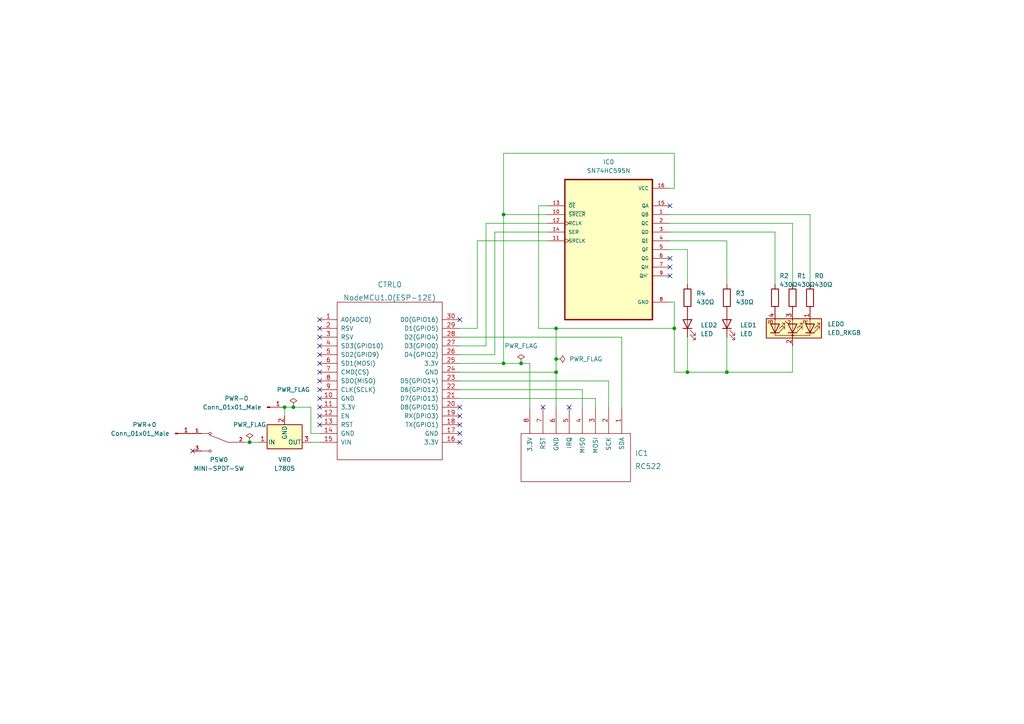
<source format=kicad_sch>
(kicad_sch (version 20211123) (generator eeschema)
  (paper "A4")
  (title_block (title "Badger") (date "2023-02-17") (rev "Original") (company "shawnd.xyz") (comment 1 "See github.com/shawnduong/badger for the code."))
  (lib_symbols
    (symbol "Connector:Conn_01x01_Male" (pin_names (offset 1.016) hide)
      (property "Reference" "J" (at 0 2.54 0))
      (property "Value" "Conn_01x01_Male" (at 0 -2.54 0))
      (symbol "Conn_01x01_Male_1_1"
        (polyline (pts (xy 1.27 0) (xy 0.8636 0)) (stroke (width 0.1524)))
        (rectangle (start 0.8636 0.127) (end 0 -0.127) (stroke (width 0.1524)) (fill (type outline)))
        (pin passive line (at 5.08 0 180) (length 3.81) (name "Pin_1") (number "1"))
      )
    )
    (symbol "Device:LED" (pin_numbers hide) (pin_names (offset 1.016) hide)
      (property "Reference" "D" (at 0 2.54 0))
      (property "Value" "LED" (at 0 -2.54 0))
      (symbol "LED_0_1"
        (polyline (pts (xy -1.27 -1.27) (xy -1.27 1.27)) (stroke (width 0.254)))
        (polyline (pts (xy -1.27 0) (xy 1.27 0)))
        (polyline (pts (xy 1.27 -1.27) (xy 1.27 1.27) (xy -1.27 0) (xy 1.27 -1.27)) (stroke (width 0.254)))
        (polyline (pts (xy -3.048 -0.762) (xy -4.572 -2.286) (xy -3.81 -2.286) (xy -4.572 -2.286) (xy -4.572 -1.524)))
        (polyline (pts (xy -1.778 -0.762) (xy -3.302 -2.286) (xy -2.54 -2.286) (xy -3.302 -2.286) (xy -3.302 -1.524)))
      )
      (symbol "LED_1_1"
        (pin passive line (at -3.81 0 0) (length 2.54) (name "K") (number "1"))
        (pin passive line (at 3.81 0 180) (length 2.54) (name "A") (number "2"))
      )
    )
    (symbol "Device:LED_RKGB" (pin_names (offset 0) hide)
      (property "Reference" "D" (at 0 9.398 0))
      (property "Value" "LED_RKGB" (at 0 -8.89 0))
      (symbol "LED_RKGB_0_0"
        (text "B" (at 1.905 -6.35 0) (effects (font (size 1.27 1.27))))
        (text "G" (at 1.905 -1.27 0) (effects (font (size 1.27 1.27))))
        (text "R" (at 1.905 3.81 0) (effects (font (size 1.27 1.27))))
      )
      (symbol "LED_RKGB_0_1"
        (circle (center -2.032 0) (radius 0.254) (fill (type outline)))
        (polyline (pts (xy -1.27 -5.08) (xy 1.27 -5.08)))
        (polyline (pts (xy -1.27 -3.81) (xy -1.27 -6.35)) (stroke (width 0.254)))
        (polyline (pts (xy -1.27 0) (xy -2.54 0)))
        (polyline (pts (xy -1.27 1.27) (xy -1.27 -1.27)) (stroke (width 0.254)))
        (polyline (pts (xy -1.27 5.08) (xy 1.27 5.08)))
        (polyline (pts (xy -1.27 6.35) (xy -1.27 3.81)) (stroke (width 0.254)))
        (polyline (pts (xy 1.27 -5.08) (xy 2.54 -5.08)))
        (polyline (pts (xy 1.27 0) (xy -1.27 0)))
        (polyline (pts (xy 1.27 0) (xy 2.54 0)))
        (polyline (pts (xy 1.27 5.08) (xy 2.54 5.08)))
        (polyline (pts (xy -1.27 1.27) (xy -1.27 -1.27) (xy -1.27 -1.27)))
        (polyline (pts (xy -1.27 6.35) (xy -1.27 3.81) (xy -1.27 3.81)))
        (polyline (pts (xy -1.27 5.08) (xy -2.032 5.08) (xy -2.032 -5.08) (xy -1.016 -5.08)))
        (polyline (pts (xy 1.27 -3.81) (xy 1.27 -6.35) (xy -1.27 -5.08) (xy 1.27 -3.81)) (stroke (width 0.254)))
        (polyline (pts (xy 1.27 1.27) (xy 1.27 -1.27) (xy -1.27 0) (xy 1.27 1.27)) (stroke (width 0.254)))
        (polyline (pts (xy 1.27 6.35) (xy 1.27 3.81) (xy -1.27 5.08) (xy 1.27 6.35)) (stroke (width 0.254)))
        (polyline (pts (xy -1.016 -3.81) (xy 0.508 -2.286) (xy -0.254 -2.286) (xy 0.508 -2.286) (xy 0.508 -3.048)))
        (polyline (pts (xy -1.016 1.27) (xy 0.508 2.794) (xy -0.254 2.794) (xy 0.508 2.794) (xy 0.508 2.032)))
        (polyline (pts (xy -1.016 6.35) (xy 0.508 7.874) (xy -0.254 7.874) (xy 0.508 7.874) (xy 0.508 7.112)))
        (polyline (pts (xy 0 -3.81) (xy 1.524 -2.286) (xy 0.762 -2.286) (xy 1.524 -2.286) (xy 1.524 -3.048)))
        (polyline (pts (xy 0 1.27) (xy 1.524 2.794) (xy 0.762 2.794) (xy 1.524 2.794) (xy 1.524 2.032)))
        (polyline (pts (xy 0 6.35) (xy 1.524 7.874) (xy 0.762 7.874) (xy 1.524 7.874) (xy 1.524 7.112)))
        (rectangle (start 1.27 -1.27) (end 1.27 1.27))
        (rectangle (start 1.27 1.27) (end 1.27 1.27))
        (rectangle (start 1.27 3.81) (end 1.27 6.35))
        (rectangle (start 1.27 6.35) (end 1.27 6.35))
        (rectangle (start 2.794 8.382) (end -2.794 -7.62) (stroke (width 0.254)) (fill (type background)))
      )
      (symbol "LED_RKGB_1_1"
        (pin passive line (at 5.08 5.08 180) (length 2.54) (name "RA") (number "1"))
        (pin passive line (at -5.08 0 0) (length 2.54) (name "K") (number "2"))
        (pin passive line (at 5.08 0 180) (length 2.54) (name "GA") (number "3"))
        (pin passive line (at 5.08 -5.08 180) (length 2.54) (name "BA") (number "4"))
      )
    )
    (symbol "Device:R" (pin_numbers hide) (pin_names (offset 0))
      (property "Reference" "R" (at 2.032 0 90))
      (property "Value" "R" (at 0 0 90))
      (symbol "R_0_1"
        (rectangle (start -1.016 -2.54) (end 1.016 2.54) (stroke (width 0.254)))
      )
      (symbol "R_1_1"
        (pin passive line (at 0 3.81 270) (length 1.27) (name "~") (number "1"))
        (pin passive line (at 0 -3.81 90) (length 1.27) (name "~") (number "2"))
      )
    )
    (symbol "ESP8266:NodeMCU1.0(ESP-12E)" (pin_names (offset 1.016))
      (property "Reference" "U" (at 0 21.59 0))
      (property "Value" "NodeMCU1.0(ESP-12E)" (at 0 -21.59 0))
      (symbol "NodeMCU1.0(ESP-12E)_0_1"
        (rectangle (start -15.24 -22.86) (end 15.24 22.86))
      )
      (symbol "NodeMCU1.0(ESP-12E)_1_1"
        (pin input line (at -20.32 17.78 0) (length 5.08) (name "A0(ADC0)") (number "1"))
        (pin input line (at -20.32 -5.08 0) (length 5.08) (name "GND") (number "10"))
        (pin input line (at -20.32 -7.62 0) (length 5.08) (name "3.3V") (number "11"))
        (pin input line (at -20.32 -10.16 0) (length 5.08) (name "EN") (number "12"))
        (pin input line (at -20.32 -12.7 0) (length 5.08) (name "RST") (number "13"))
        (pin input line (at -20.32 -15.24 0) (length 5.08) (name "GND") (number "14"))
        (pin input line (at -20.32 -17.78 0) (length 5.08) (name "VIN") (number "15"))
        (pin input line (at 20.32 -17.78 180) (length 5.08) (name "3.3V") (number "16"))
        (pin input line (at 20.32 -15.24 180) (length 5.08) (name "GND") (number "17"))
        (pin input line (at 20.32 -12.7 180) (length 5.08) (name "TX(GPIO1)") (number "18"))
        (pin input line (at 20.32 -10.16 180) (length 5.08) (name "RX(DPIO3)") (number "19"))
        (pin input line (at -20.32 15.24 0) (length 5.08) (name "RSV") (number "2"))
        (pin input line (at 20.32 -7.62 180) (length 5.08) (name "D8(GPIO15)") (number "20"))
        (pin input line (at 20.32 -5.08 180) (length 5.08) (name "D7(GPIO13)") (number "21"))
        (pin input line (at 20.32 -2.54 180) (length 5.08) (name "D6(GPIO12)") (number "22"))
        (pin input line (at 20.32 0 180) (length 5.08) (name "D5(GPIO14)") (number "23"))
        (pin input line (at 20.32 2.54 180) (length 5.08) (name "GND") (number "24"))
        (pin input line (at 20.32 5.08 180) (length 5.08) (name "3.3V") (number "25"))
        (pin input line (at 20.32 7.62 180) (length 5.08) (name "D4(GPIO2)") (number "26"))
        (pin input line (at 20.32 10.16 180) (length 5.08) (name "D3(GPIO0)") (number "27"))
        (pin input line (at 20.32 12.7 180) (length 5.08) (name "D2(GPIO4)") (number "28"))
        (pin input line (at 20.32 15.24 180) (length 5.08) (name "D1(GPIO5)") (number "29"))
        (pin input line (at -20.32 12.7 0) (length 5.08) (name "RSV") (number "3"))
        (pin input line (at 20.32 17.78 180) (length 5.08) (name "D0(GPIO16)") (number "30"))
        (pin input line (at -20.32 10.16 0) (length 5.08) (name "SD3(GPIO10)") (number "4"))
        (pin input line (at -20.32 7.62 0) (length 5.08) (name "SD2(GPIO9)") (number "5"))
        (pin input line (at -20.32 5.08 0) (length 5.08) (name "SD1(MOSI)") (number "6"))
        (pin input line (at -20.32 2.54 0) (length 5.08) (name "CMD(CS)") (number "7"))
        (pin input line (at -20.32 0 0) (length 5.08) (name "SDO(MISO)") (number "8"))
        (pin input line (at -20.32 -2.54 0) (length 5.08) (name "CLK(SCLK)") (number "9"))
      )
    )
    (symbol "MINI-SPDT-SW:MINI-SPDT-SW" (pin_names (offset 1.016))
      (property "Reference" "S" (at -2.54 5.08 0))
      (property "Value" "MINI-SPDT-SW" (at -2.54 -5.08 0))
      (symbol "MINI-SPDT-SW_0_0"
        (polyline (pts (xy -2.54 0) (xy -5.08 0)) (stroke (width 0.1524)))
        (polyline (pts (xy -2.54 0) (xy 2.794 2.1336)) (stroke (width 0.1524)))
        (polyline (pts (xy 5.08 -2.54) (xy 2.921 -2.54)) (stroke (width 0.1524)))
        (polyline (pts (xy 5.08 2.54) (xy 2.921 2.54)) (stroke (width 0.1524)))
        (circle (center 2.54 -2.54) (radius 0.3302) (stroke (width 0.1524)))
        (circle (center 2.54 2.54) (radius 0.3302) (stroke (width 0.1524)))
        (pin passive line (at 7.62 2.54 180) (length 2.54) (name "~") (number "1"))
        (pin passive line (at -7.62 0 0) (length 2.54) (name "~") (number "2"))
        (pin passive line (at 7.62 -2.54 180) (length 2.54) (name "~") (number "3"))
      )
    )
    (symbol "RFID-RC522:RFID-RC522-MODULE" (pin_names (offset 1.016))
      (property "Reference" "P" (at 0 1.27 0))
      (property "Value" "RFID-RC522-MODULE" (at -1.27 3.81 0))
      (symbol "RFID-RC522-MODULE_0_1"
        (rectangle (start -16.51 7.62) (end 15.24 -6.35))
      )
      (symbol "RFID-RC522-MODULE_1_1"
        (pin input line (at -13.97 -13.97 90) (length 7.62) (name "SDA") (number "1"))
        (pin input line (at -10.16 -13.97 90) (length 7.62) (name "SCK") (number "2"))
        (pin input line (at -6.35 -13.97 90) (length 7.62) (name "MOSI") (number "3"))
        (pin input line (at -2.54 -13.97 90) (length 7.62) (name "MISO") (number "4"))
        (pin input line (at 1.27 -13.97 90) (length 7.62) (name "IRQ") (number "5"))
        (pin input line (at 5.08 -13.97 90) (length 7.62) (name "GND") (number "6"))
        (pin input line (at 8.89 -13.97 90) (length 7.62) (name "RST") (number "7"))
        (pin input line (at 12.7 -13.97 90) (length 7.62) (name "3.3V") (number "8"))
      )
    )
    (symbol "Regulator_Linear:L7805" (pin_names (offset 0.254))
      (property "Reference" "U" (at -3.81 3.175 0))
      (property "Value" "L7805" (at 0 3.175 0))
      (symbol "L7805_0_1"
        (rectangle (start -5.08 1.905) (end 5.08 -5.08) (stroke (width 0.254)) (fill (type background)))
      )
      (symbol "L7805_1_1"
        (pin power_in line (at -7.62 0 0) (length 2.54) (name "IN") (number "1"))
        (pin power_in line (at 0 -7.62 90) (length 2.54) (name "GND") (number "2"))
        (pin power_out line (at 7.62 0 180) (length 2.54) (name "OUT") (number "3"))
      )
    )
    (symbol "SN74HC595N:SN74HC595N" (pin_names (offset 1.016))
      (property "Reference" "U" (at -12.7 21.32 0))
      (property "Value" "SN74HC595N" (at -12.7 -24.32 0))
      (symbol "SN74HC595N_0_0"
        (rectangle (start -12.7 -20.32) (end 12.7 20.32) (stroke (width 0.41)) (fill (type background)))
        (pin output line (at 17.78 10.16 180) (length 5.08) (name "QB") (number "1"))
        (pin input line (at -17.78 10.16 0) (length 5.08) (name "~{SRCLR}") (number "10"))
        (pin input clock (at -17.78 2.54 0) (length 5.08) (name "SRCLK") (number "11"))
        (pin input clock (at -17.78 7.62 0) (length 5.08) (name "RCLK") (number "12"))
        (pin input line (at -17.78 12.7 0) (length 5.08) (name "~{OE}") (number "13"))
        (pin input line (at -17.78 5.08 0) (length 5.08) (name "SER") (number "14"))
        (pin output line (at 17.78 12.7 180) (length 5.08) (name "QA") (number "15"))
        (pin power_in line (at 17.78 17.78 180) (length 5.08) (name "VCC") (number "16"))
        (pin output line (at 17.78 7.62 180) (length 5.08) (name "QC") (number "2"))
        (pin output line (at 17.78 5.08 180) (length 5.08) (name "QD") (number "3"))
        (pin output line (at 17.78 2.54 180) (length 5.08) (name "QE") (number "4"))
        (pin output line (at 17.78 0 180) (length 5.08) (name "QF") (number "5"))
        (pin output line (at 17.78 -2.54 180) (length 5.08) (name "QG") (number "6"))
        (pin output line (at 17.78 -5.08 180) (length 5.08) (name "QH") (number "7"))
        (pin power_in line (at 17.78 -15.24 180) (length 5.08) (name "GND") (number "8"))
        (pin output line (at 17.78 -7.62 180) (length 5.08) (name "QH'") (number "9"))
      )
    )
    (symbol "power:PWR_FLAG" (power) (pin_numbers hide) (pin_names (offset 0) hide)
      (property "Value" "PWR_FLAG" (at 0 3.81 0))
      (symbol "PWR_FLAG_0_0"
        (pin power_out line (at 0 0 90) (length 0) (name "pwr") (number "1"))
      )
      (symbol "PWR_FLAG_0_1"
        (polyline (pts (xy 0 0) (xy 0 1.27) (xy -1.016 1.905) (xy 0 2.54) (xy 1.016 1.905) (xy 0 1.27)))
      )
    )
  )
  (junction (at 146.05 62.23))
  (junction (at 195.58 95.25))
  (junction (at 82.55 118.11))
  (junction (at 199.39 107.95))
  (junction (at 210.82 107.95))
  (junction (at 146.05 105.41))
  (junction (at 72.39 128.27))
  (junction (at 161.29 104.14))
  (junction (at 161.29 95.25))
  (junction (at 85.09 118.11))
  (junction (at 151.13 105.41))
  (junction (at 161.29 107.95))
  (no_connect (at 92.71 115.57))
  (no_connect (at 92.71 120.65))
  (no_connect (at 133.35 92.71))
  (no_connect (at 133.35 120.65))
  (no_connect (at 194.31 74.93))
  (no_connect (at 92.71 118.11))
  (no_connect (at 194.31 59.69))
  (no_connect (at 92.71 110.49))
  (no_connect (at 92.71 102.87))
  (no_connect (at 194.31 80.01))
  (no_connect (at 55.88 130.81))
  (no_connect (at 133.35 118.11))
  (no_connect (at 133.35 125.73))
  (no_connect (at 194.31 77.47))
  (no_connect (at 92.71 100.33))
  (no_connect (at 92.71 113.03))
  (no_connect (at 92.71 95.25))
  (no_connect (at 133.35 128.27))
  (no_connect (at 133.35 123.19))
  (no_connect (at 92.71 97.79))
  (no_connect (at 92.71 105.41))
  (no_connect (at 165.1 118.11))
  (no_connect (at 92.71 92.71))
  (no_connect (at 157.48 118.11))
  (no_connect (at 92.71 123.19))
  (no_connect (at 92.71 107.95))
  (wire (pts (xy 85.09 118.11) (xy 90.17 118.11)))
  (wire (pts (xy 133.35 100.33) (xy 140.97 100.33)))
  (wire (pts (xy 194.31 54.61) (xy 195.58 54.61)))
  (wire (pts (xy 156.21 59.69) (xy 156.21 95.25)))
  (wire (pts (xy 234.95 82.55) (xy 234.95 62.23)))
  (wire (pts (xy 195.58 95.25) (xy 195.58 107.95)))
  (wire (pts (xy 234.95 62.23) (xy 194.31 62.23)))
  (wire (pts (xy 133.35 107.95) (xy 161.29 107.95)))
  (wire (pts (xy 143.51 102.87) (xy 143.51 67.31)))
  (wire (pts (xy 82.55 118.11) (xy 82.55 120.65)))
  (wire (pts (xy 133.35 113.03) (xy 168.91 113.03)))
  (wire (pts (xy 229.87 107.95) (xy 210.82 107.95)))
  (wire (pts (xy 161.29 95.25) (xy 195.58 95.25)))
  (wire (pts (xy 199.39 97.79) (xy 199.39 107.95)))
  (wire (pts (xy 140.97 100.33) (xy 140.97 64.77)))
  (wire (pts (xy 133.35 110.49) (xy 176.53 110.49)))
  (wire (pts (xy 71.12 128.27) (xy 72.39 128.27)))
  (wire (pts (xy 133.35 95.25) (xy 138.43 95.25)))
  (wire (pts (xy 210.82 69.85) (xy 194.31 69.85)))
  (wire (pts (xy 172.72 115.57) (xy 172.72 118.11)))
  (wire (pts (xy 224.79 82.55) (xy 224.79 67.31)))
  (wire (pts (xy 210.82 107.95) (xy 199.39 107.95)))
  (wire (pts (xy 199.39 82.55) (xy 199.39 72.39)))
  (wire (pts (xy 153.67 105.41) (xy 153.67 118.11)))
  (wire (pts (xy 143.51 67.31) (xy 158.75 67.31)))
  (wire (pts (xy 195.58 44.45) (xy 146.05 44.45)))
  (wire (pts (xy 140.97 64.77) (xy 158.75 64.77)))
  (wire (pts (xy 176.53 110.49) (xy 176.53 118.11)))
  (wire (pts (xy 133.35 102.87) (xy 143.51 102.87)))
  (wire (pts (xy 133.35 97.79) (xy 180.34 97.79)))
  (wire (pts (xy 92.71 125.73) (xy 90.17 125.73)))
  (wire (pts (xy 161.29 104.14) (xy 161.29 107.95)))
  (wire (pts (xy 168.91 113.03) (xy 168.91 118.11)))
  (wire (pts (xy 146.05 44.45) (xy 146.05 62.23)))
  (wire (pts (xy 224.79 67.31) (xy 194.31 67.31)))
  (wire (pts (xy 72.39 128.27) (xy 74.93 128.27)))
  (wire (pts (xy 158.75 59.69) (xy 156.21 59.69)))
  (wire (pts (xy 146.05 105.41) (xy 151.13 105.41)))
  (wire (pts (xy 229.87 64.77) (xy 194.31 64.77)))
  (wire (pts (xy 90.17 128.27) (xy 92.71 128.27)))
  (wire (pts (xy 199.39 107.95) (xy 195.58 107.95)))
  (wire (pts (xy 229.87 82.55) (xy 229.87 64.77)))
  (wire (pts (xy 133.35 105.41) (xy 146.05 105.41)))
  (wire (pts (xy 138.43 69.85) (xy 158.75 69.85)))
  (wire (pts (xy 146.05 62.23) (xy 158.75 62.23)))
  (wire (pts (xy 161.29 107.95) (xy 161.29 118.11)))
  (wire (pts (xy 210.82 82.55) (xy 210.82 69.85)))
  (wire (pts (xy 180.34 97.79) (xy 180.34 118.11)))
  (wire (pts (xy 156.21 95.25) (xy 161.29 95.25)))
  (wire (pts (xy 195.58 95.25) (xy 195.58 87.63)))
  (wire (pts (xy 146.05 62.23) (xy 146.05 105.41)))
  (wire (pts (xy 199.39 72.39) (xy 194.31 72.39)))
  (wire (pts (xy 151.13 105.41) (xy 153.67 105.41)))
  (wire (pts (xy 210.82 97.79) (xy 210.82 107.95)))
  (wire (pts (xy 195.58 87.63) (xy 194.31 87.63)))
  (wire (pts (xy 138.43 95.25) (xy 138.43 69.85)))
  (wire (pts (xy 195.58 54.61) (xy 195.58 44.45)))
  (wire (pts (xy 133.35 115.57) (xy 172.72 115.57)))
  (wire (pts (xy 161.29 95.25) (xy 161.29 104.14)))
  (wire (pts (xy 229.87 100.33) (xy 229.87 107.95)))
  (wire (pts (xy 90.17 125.73) (xy 90.17 118.11)))
  (wire (pts (xy 82.55 118.11) (xy 85.09 118.11)))
  (symbol (lib_id "ESP8266:NodeMCU1.0(ESP-12E)") (at 113.03 110.49 0) (unit 1)
    (property "Reference" "CTRL0" (at 113.03 82.55 0) (effects (font (size 1.524 1.524))))
    (property "Value" "NodeMCU1.0(ESP-12E)" (at 113.03 86.36 0) (effects (font (size 1.524 1.524))))
    (property "Footprint" "ESP8266:NodeMCU-LoLinV3" (effects hide))
  )
  (symbol (lib_id "Connector:Conn_01x01_Male") (at 50.8 125.73 0) (unit 1)
    (property "Reference" "PWR+0" (at 41.91 123.19 0))
    (property "Value" "Conn_01x01_Male" (at 40.64 125.73 0))
    (property "Footprint" "TestPoint:TestPoint_Pad_D2.0mm" (effects hide))
  )
  (symbol (lib_id "power:PWR_FLAG") (at 161.29 104.14 270) (unit 1)
    (property "Reference" "#FLG0104" (effects hide))
    (property "Value" "PWR_FLAG" (at 165.1 104.1399 90) (effects (justify left)))
  )
  (symbol (lib_id "power:PWR_FLAG") (at 151.13 105.41 0) (unit 1)
    (property "Reference" "#FLG0103" (effects hide))
    (property "Value" "PWR_FLAG" (at 151.13 100.33 0))
  )
  (symbol (lib_id "Device:LED") (at 199.39 93.98 90) (unit 1)
    (property "Reference" "LED2" (at 203.2 94.2974 90) (effects (justify right)))
    (property "Value" "LED" (at 203.2 96.8374 90) (effects (justify right)))
    (property "Footprint" "LED_THT:LED_D5.0mm" (effects hide))
  )
  (symbol (lib_id "MINI-SPDT-SW:MINI-SPDT-SW") (at 63.5 128.27 0) (mirror y) (unit 1)
    (property "Reference" "PSW0" (at 63.5 133.35 0))
    (property "Value" "MINI-SPDT-SW" (at 63.5 135.89 0))
    (property "Footprint" "MINI-SPDT-SW:SW_MINI-SPDT-SW" (effects hide))
    (property "MANUFACTURER" "GRAVITECH" (effects hide))
    (property "PARTREV" "C" (effects hide))
    (property "STANDARD" "Manufacturer Recommendations" (effects hide))
  )
  (symbol (lib_id "Device:LED") (at 210.82 93.98 90) (unit 1)
    (property "Reference" "LED1" (at 214.63 94.2974 90) (effects (justify right)))
    (property "Value" "LED" (at 214.63 96.8374 90) (effects (justify right)))
    (property "Footprint" "LED_THT:LED_D5.0mm" (effects hide))
  )
  (symbol (lib_id "Regulator_Linear:L7805") (at 82.55 128.27 0) (mirror x) (unit 1)
    (property "Reference" "VR0" (at 82.55 133.35 0))
    (property "Value" "L7805" (at 82.55 135.89 0))
    (property "Footprint" "Package_TO_SOT_THT:TO-220-3_Vertical" (effects hide))
    (property "Datasheet" "http://www.st.com/content/ccc/resource/technical/document/datasheet/41/4f/b3/b0/12/d4/47/88/CD00000444.pdf/files/CD00000444.pdf/jcr:content/translations/en.CD00000444.pdf" (effects hide))
  )
  (symbol (lib_id "Device:R") (at 229.87 86.36 0) (unit 1)
    (property "Reference" "R1" (at 231.14 80.01 0) (effects (justify left)))
    (property "Value" "430Ω" (at 231.14 82.55 0) (effects (justify left)))
    (property "Footprint" "Resistor_THT:R_Axial_DIN0204_L3.6mm_D1.6mm_P7.62mm_Horizontal" (effects hide))
  )
  (symbol (lib_id "SN74HC595N:SN74HC595N") (at 176.53 72.39 0) (unit 1)
    (property "Reference" "IC0" (at 176.53 46.99 0))
    (property "Value" "SN74HC595N" (at 176.53 49.53 0))
    (property "Footprint" "SN74HC595N:DIP794W45P254L1969H508Q16" (effects hide))
  )
  (symbol (lib_id "RFID-RC522:RFID-RC522-MODULE") (at 166.37 132.08 180) (unit 1)
    (property "Reference" "IC1" (at 184.15 131.445 0) (effects (font (size 1.524 1.524)) (justify right)))
    (property "Value" "RC522" (at 184.15 135.255 0) (effects (font (size 1.524 1.524)) (justify right)))
    (property "Footprint" "RFID-RC522:rfid-rc522" (effects hide))
  )
  (symbol (lib_id "Device:R") (at 234.95 86.36 0) (unit 1)
    (property "Reference" "R0" (at 236.22 80.01 0) (effects (justify left)))
    (property "Value" "430Ω" (at 236.22 82.55 0) (effects (justify left)))
    (property "Footprint" "Resistor_THT:R_Axial_DIN0204_L3.6mm_D1.6mm_P7.62mm_Horizontal" (effects hide))
  )
  (symbol (lib_id "Device:R") (at 199.39 86.36 0) (unit 1)
    (property "Reference" "R4" (at 201.93 85.0899 0) (effects (justify left)))
    (property "Value" "430Ω" (at 201.93 87.6299 0) (effects (justify left)))
    (property "Footprint" "Resistor_THT:R_Axial_DIN0204_L3.6mm_D1.6mm_P7.62mm_Horizontal" (effects hide))
  )
  (symbol (lib_id "power:PWR_FLAG") (at 85.09 118.11 0) (unit 1)
    (property "Reference" "#FLG0101" (effects hide))
    (property "Value" "PWR_FLAG" (at 85.09 113.03 0))
  )
  (symbol (lib_id "Device:R") (at 210.82 86.36 0) (unit 1)
    (property "Reference" "R3" (at 213.36 85.0899 0) (effects (justify left)))
    (property "Value" "430Ω" (at 213.36 87.6299 0) (effects (justify left)))
    (property "Footprint" "Resistor_THT:R_Axial_DIN0204_L3.6mm_D1.6mm_P7.62mm_Horizontal" (effects hide))
  )
  (symbol (lib_id "power:PWR_FLAG") (at 72.39 128.27 0) (unit 1)
    (property "Reference" "#FLG0102" (effects hide))
    (property "Value" "PWR_FLAG" (at 72.39 123.19 0))
  )
  (symbol (lib_id "Device:LED_RKGB") (at 229.87 95.25 270) (mirror x) (unit 1)
    (property "Reference" "LED0" (at 240.03 93.9799 90) (effects (justify left)))
    (property "Value" "LED_RKGB" (at 240.03 96.5199 90) (effects (justify left)))
    (property "Footprint" "LED_THT:LED_D5.0mm-4_RGB_Wide_Pins" (effects hide))
  )
  (symbol (lib_id "Connector:Conn_01x01_Male") (at 77.47 118.11 0) (unit 1)
    (property "Reference" "PWR-0" (at 68.58 115.57 0))
    (property "Value" "Conn_01x01_Male" (at 67.31 118.11 0))
    (property "Footprint" "TestPoint:TestPoint_Pad_D2.0mm" (effects hide))
  )
  (symbol (lib_id "Device:R") (at 224.79 86.36 0) (unit 1)
    (property "Reference" "R2" (at 226.06 80.01 0) (effects (justify left)))
    (property "Value" "430Ω" (at 226.06 82.55 0) (effects (justify left)))
    (property "Footprint" "Resistor_THT:R_Axial_DIN0204_L3.6mm_D1.6mm_P7.62mm_Horizontal" (effects hide))
  )
)
</source>
